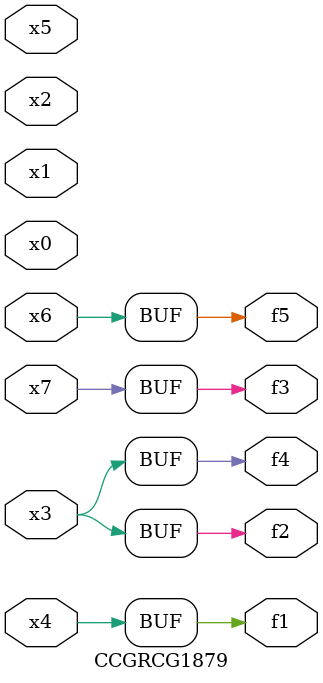
<source format=v>
module CCGRCG1879(
	input x0, x1, x2, x3, x4, x5, x6, x7,
	output f1, f2, f3, f4, f5
);
	assign f1 = x4;
	assign f2 = x3;
	assign f3 = x7;
	assign f4 = x3;
	assign f5 = x6;
endmodule

</source>
